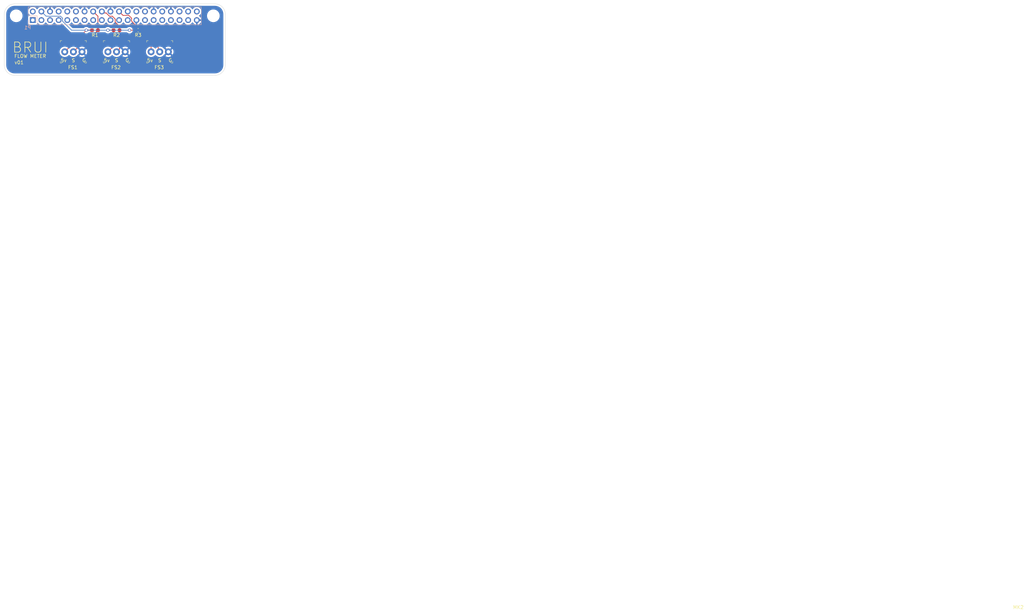
<source format=kicad_pcb>
(kicad_pcb (version 20171130) (host pcbnew "(5.1.4-0-10_14)")

  (general
    (thickness 1.6)
    (drawings 21)
    (tracks 52)
    (zones 0)
    (modules 10)
    (nets 32)
  )

  (page A3)
  (title_block
    (date "15 nov 2012")
  )

  (layers
    (0 F.Cu signal)
    (31 B.Cu signal)
    (32 B.Adhes user)
    (33 F.Adhes user)
    (34 B.Paste user)
    (35 F.Paste user)
    (36 B.SilkS user)
    (37 F.SilkS user)
    (38 B.Mask user)
    (39 F.Mask user)
    (40 Dwgs.User user)
    (41 Cmts.User user)
    (42 Eco1.User user)
    (43 Eco2.User user)
    (44 Edge.Cuts user)
  )

  (setup
    (last_trace_width 0.2)
    (trace_clearance 0.2)
    (zone_clearance 0.508)
    (zone_45_only no)
    (trace_min 0.1524)
    (via_size 0.9)
    (via_drill 0.6)
    (via_min_size 0.8)
    (via_min_drill 0.5)
    (uvia_size 0.5)
    (uvia_drill 0.1)
    (uvias_allowed no)
    (uvia_min_size 0.5)
    (uvia_min_drill 0.1)
    (edge_width 0.1)
    (segment_width 0.1)
    (pcb_text_width 0.3)
    (pcb_text_size 1 1)
    (mod_edge_width 0.15)
    (mod_text_size 1 1)
    (mod_text_width 0.15)
    (pad_size 2.02 2.02)
    (pad_drill 1.02)
    (pad_to_mask_clearance 0)
    (aux_axis_origin 200 150)
    (grid_origin 200 150)
    (visible_elements 7FFFE7FF)
    (pcbplotparams
      (layerselection 0x00030_80000001)
      (usegerberextensions true)
      (usegerberattributes false)
      (usegerberadvancedattributes false)
      (creategerberjobfile false)
      (excludeedgelayer true)
      (linewidth 0.150000)
      (plotframeref false)
      (viasonmask false)
      (mode 1)
      (useauxorigin false)
      (hpglpennumber 1)
      (hpglpenspeed 20)
      (hpglpendiameter 15.000000)
      (psnegative false)
      (psa4output false)
      (plotreference true)
      (plotvalue true)
      (plotinvisibletext false)
      (padsonsilk false)
      (subtractmaskfromsilk false)
      (outputformat 1)
      (mirror false)
      (drillshape 1)
      (scaleselection 1)
      (outputdirectory ""))
  )

  (net 0 "")
  (net 1 +3V3)
  (net 2 +5V)
  (net 3 GND)
  (net 4 /ID_SD)
  (net 5 /ID_SC)
  (net 6 /GPIO5)
  (net 7 /GPIO6)
  (net 8 /GPIO26)
  (net 9 "/GPIO2(SDA1)")
  (net 10 "/GPIO3(SCL1)")
  (net 11 "/GPIO4(GCLK)")
  (net 12 "/GPIO14(TXD0)")
  (net 13 "/GPIO15(RXD0)")
  (net 14 "/GPIO17(GEN0)")
  (net 15 "/GPIO27(GEN2)")
  (net 16 "/GPIO22(GEN3)")
  (net 17 "/GPIO23(GEN4)")
  (net 18 "/GPIO24(GEN5)")
  (net 19 "/GPIO25(GEN6)")
  (net 20 "/GPIO18(GEN1)(PWM0)")
  (net 21 "/GPIO10(SPI0_MOSI)")
  (net 22 "/GPIO9(SPI0_MISO)")
  (net 23 "/GPIO11(SPI0_SCK)")
  (net 24 "/GPIO8(SPI0_CE_N)")
  (net 25 "/GPIO7(SPI1_CE_N)")
  (net 26 "/GPIO12(PWM0)")
  (net 27 "/GPIO13(PWM1)")
  (net 28 "/GPIO19(SPI1_MISO)")
  (net 29 /GPIO16)
  (net 30 "/GPIO20(SPI1_MOSI)")
  (net 31 "/GPIO21(SPI1_SCK)")

  (net_class Default "This is the default net class."
    (clearance 0.2)
    (trace_width 0.2)
    (via_dia 0.9)
    (via_drill 0.6)
    (uvia_dia 0.5)
    (uvia_drill 0.1)
    (add_net +3V3)
    (add_net +5V)
    (add_net "/GPIO10(SPI0_MOSI)")
    (add_net "/GPIO11(SPI0_SCK)")
    (add_net "/GPIO12(PWM0)")
    (add_net "/GPIO13(PWM1)")
    (add_net "/GPIO14(TXD0)")
    (add_net "/GPIO15(RXD0)")
    (add_net /GPIO16)
    (add_net "/GPIO17(GEN0)")
    (add_net "/GPIO18(GEN1)(PWM0)")
    (add_net "/GPIO19(SPI1_MISO)")
    (add_net "/GPIO2(SDA1)")
    (add_net "/GPIO20(SPI1_MOSI)")
    (add_net "/GPIO21(SPI1_SCK)")
    (add_net "/GPIO22(GEN3)")
    (add_net "/GPIO23(GEN4)")
    (add_net "/GPIO24(GEN5)")
    (add_net "/GPIO25(GEN6)")
    (add_net /GPIO26)
    (add_net "/GPIO27(GEN2)")
    (add_net "/GPIO3(SCL1)")
    (add_net "/GPIO4(GCLK)")
    (add_net /GPIO5)
    (add_net /GPIO6)
    (add_net "/GPIO7(SPI1_CE_N)")
    (add_net "/GPIO8(SPI0_CE_N)")
    (add_net "/GPIO9(SPI0_MISO)")
    (add_net /ID_SC)
    (add_net /ID_SD)
    (add_net GND)
  )

  (net_class Power ""
    (clearance 0.2)
    (trace_width 0.5)
    (via_dia 1)
    (via_drill 0.7)
    (uvia_dia 0.5)
    (uvia_drill 0.1)
  )

  (module "" (layer F.Cu) (tedit 0) (tstamp 0)
    (at 249.53 163.97)
    (fp_text reference "" (at 246.99 162.7) (layer F.SilkS)
      (effects (font (size 1.27 1.27) (thickness 0.15)))
    )
    (fp_text value "" (at 246.99 162.7) (layer F.SilkS)
      (effects (font (size 1.27 1.27) (thickness 0.15)))
    )
    (fp_text user MK2 (at 247.53 162.16) (layer F.SilkS)
      (effects (font (size 1 1) (thickness 0.15)))
    )
  )

  (module digikey-footprints:PinHeader_1x3_P2.54mm_Drill1.02mm (layer F.Cu) (tedit 5A43C851) (tstamp 5DA26C25)
    (at 246.99 162.7 180)
    (descr http://www.molex.com/pdm_docs/sd/022232031_sd.pdf)
    (path /5DA6E86A)
    (fp_text reference FS3 (at 2.71 -4.59) (layer F.SilkS)
      (effects (font (size 1 1) (thickness 0.15)))
    )
    (fp_text value 0022232031 (at 2.82 4.63) (layer F.Fab)
      (effects (font (size 1 1) (thickness 0.15)))
    )
    (fp_line (start -1.2 -3.17) (end 6.27 -3.17) (layer F.Fab) (width 0.1))
    (fp_line (start -1.2 -3.17) (end -1.2 3.17) (layer F.Fab) (width 0.1))
    (fp_line (start 6.27 -3.17) (end 6.27 3.17) (layer F.Fab) (width 0.1))
    (fp_line (start -1.2 3.17) (end 6.27 3.17) (layer F.Fab) (width 0.1))
    (fp_line (start 6.4 3.3) (end 5.9 3.3) (layer F.SilkS) (width 0.1))
    (fp_line (start 6.4 3.3) (end 6.4 2.8) (layer F.SilkS) (width 0.1))
    (fp_line (start -1.3 3.3) (end -0.8 3.3) (layer F.SilkS) (width 0.1))
    (fp_line (start -1.3 3.3) (end -1.3 2.8) (layer F.SilkS) (width 0.1))
    (fp_line (start -1.3 -3.3) (end -0.8 -3.3) (layer F.SilkS) (width 0.1))
    (fp_line (start -1.3 -3.3) (end -1.3 -2.8) (layer F.SilkS) (width 0.1))
    (fp_line (start 6.4 -3.3) (end 5.9 -3.3) (layer F.SilkS) (width 0.1))
    (fp_line (start 6.4 -3.3) (end 6.4 -2.8) (layer F.SilkS) (width 0.1))
    (fp_line (start 6.52 -3.42) (end -1.45 -3.42) (layer F.CrtYd) (width 0.05))
    (fp_line (start 6.52 -3.42) (end 6.52 3.42) (layer F.CrtYd) (width 0.05))
    (fp_line (start -1.45 -3.42) (end -1.45 3.42) (layer F.CrtYd) (width 0.05))
    (fp_line (start 6.52 3.42) (end -1.45 3.42) (layer F.CrtYd) (width 0.05))
    (fp_text user %R (at 2.54 0) (layer F.Fab)
      (effects (font (size 1 1) (thickness 0.15)))
    )
    (pad 3 thru_hole circle (at 5.08 0 180) (size 2.02 2.02) (drill 1.02) (layers *.Cu *.Mask)
      (net 2 +5V))
    (pad 2 thru_hole circle (at 2.54 0 180) (size 2.02 2.02) (drill 1.02) (layers *.Cu *.Mask)
      (net 19 "/GPIO25(GEN6)"))
    (pad 1 thru_hole circle (at 0 0 180) (size 2.02 2.02) (drill 1.02) (layers *.Cu *.Mask)
      (net 3 GND))
  )

  (module digikey-footprints:PinHeader_1x3_P2.54mm_Drill1.02mm (layer F.Cu) (tedit 5A43C851) (tstamp 5DA26C0D)
    (at 234.29 162.7 180)
    (descr http://www.molex.com/pdm_docs/sd/022232031_sd.pdf)
    (path /5DA68868)
    (fp_text reference FS2 (at 2.71 -4.59) (layer F.SilkS)
      (effects (font (size 1 1) (thickness 0.15)))
    )
    (fp_text value 0022232031 (at 2.82 4.63) (layer F.Fab)
      (effects (font (size 1 1) (thickness 0.15)))
    )
    (fp_line (start -1.2 -3.17) (end 6.27 -3.17) (layer F.Fab) (width 0.1))
    (fp_line (start -1.2 -3.17) (end -1.2 3.17) (layer F.Fab) (width 0.1))
    (fp_line (start 6.27 -3.17) (end 6.27 3.17) (layer F.Fab) (width 0.1))
    (fp_line (start -1.2 3.17) (end 6.27 3.17) (layer F.Fab) (width 0.1))
    (fp_line (start 6.4 3.3) (end 5.9 3.3) (layer F.SilkS) (width 0.1))
    (fp_line (start 6.4 3.3) (end 6.4 2.8) (layer F.SilkS) (width 0.1))
    (fp_line (start -1.3 3.3) (end -0.8 3.3) (layer F.SilkS) (width 0.1))
    (fp_line (start -1.3 3.3) (end -1.3 2.8) (layer F.SilkS) (width 0.1))
    (fp_line (start -1.3 -3.3) (end -0.8 -3.3) (layer F.SilkS) (width 0.1))
    (fp_line (start -1.3 -3.3) (end -1.3 -2.8) (layer F.SilkS) (width 0.1))
    (fp_line (start 6.4 -3.3) (end 5.9 -3.3) (layer F.SilkS) (width 0.1))
    (fp_line (start 6.4 -3.3) (end 6.4 -2.8) (layer F.SilkS) (width 0.1))
    (fp_line (start 6.52 -3.42) (end -1.45 -3.42) (layer F.CrtYd) (width 0.05))
    (fp_line (start 6.52 -3.42) (end 6.52 3.42) (layer F.CrtYd) (width 0.05))
    (fp_line (start -1.45 -3.42) (end -1.45 3.42) (layer F.CrtYd) (width 0.05))
    (fp_line (start 6.52 3.42) (end -1.45 3.42) (layer F.CrtYd) (width 0.05))
    (fp_text user %R (at 2.54 0) (layer F.Fab)
      (effects (font (size 1 1) (thickness 0.15)))
    )
    (pad 3 thru_hole circle (at 5.08 0 180) (size 2.02 2.02) (drill 1.02) (layers *.Cu *.Mask)
      (net 2 +5V))
    (pad 2 thru_hole circle (at 2.54 0 180) (size 2.02 2.02) (drill 1.02) (layers *.Cu *.Mask)
      (net 18 "/GPIO24(GEN5)"))
    (pad 1 thru_hole circle (at 0 0 180) (size 2.02 2.02) (drill 1.02) (layers *.Cu *.Mask)
      (net 3 GND))
  )

  (module digikey-footprints:PinHeader_1x3_P2.54mm_Drill1.02mm (layer F.Cu) (tedit 5DA232C0) (tstamp 5DA26BF5)
    (at 221.59 162.7 180)
    (descr http://www.molex.com/pdm_docs/sd/022232031_sd.pdf)
    (path /5DA265ED)
    (fp_text reference FS1 (at 2.71 -4.59) (layer F.SilkS)
      (effects (font (size 1 1) (thickness 0.15)))
    )
    (fp_text value 0022232031 (at 2.82 4.63) (layer F.Fab)
      (effects (font (size 1 1) (thickness 0.15)))
    )
    (fp_line (start -1.2 -3.17) (end 6.27 -3.17) (layer F.Fab) (width 0.1))
    (fp_line (start -1.2 -3.17) (end -1.2 3.17) (layer F.Fab) (width 0.1))
    (fp_line (start 6.27 -3.17) (end 6.27 3.17) (layer F.Fab) (width 0.1))
    (fp_line (start -1.2 3.17) (end 6.27 3.17) (layer F.Fab) (width 0.1))
    (fp_line (start 6.4 3.3) (end 5.9 3.3) (layer F.SilkS) (width 0.1))
    (fp_line (start 6.4 3.3) (end 6.4 2.8) (layer F.SilkS) (width 0.1))
    (fp_line (start -1.3 3.3) (end -0.8 3.3) (layer F.SilkS) (width 0.1))
    (fp_line (start -1.3 3.3) (end -1.3 2.8) (layer F.SilkS) (width 0.1))
    (fp_line (start -1.3 -3.3) (end -0.8 -3.3) (layer F.SilkS) (width 0.1))
    (fp_line (start -1.3 -3.3) (end -1.3 -2.8) (layer F.SilkS) (width 0.1))
    (fp_line (start 6.4 -3.3) (end 5.9 -3.3) (layer F.SilkS) (width 0.1))
    (fp_line (start 6.4 -3.3) (end 6.4 -2.8) (layer F.SilkS) (width 0.1))
    (fp_line (start 6.52 -3.42) (end -1.45 -3.42) (layer F.CrtYd) (width 0.05))
    (fp_line (start 6.52 -3.42) (end 6.52 3.42) (layer F.CrtYd) (width 0.05))
    (fp_line (start -1.45 -3.42) (end -1.45 3.42) (layer F.CrtYd) (width 0.05))
    (fp_line (start 6.52 3.42) (end -1.45 3.42) (layer F.CrtYd) (width 0.05))
    (fp_text user %R (at 2.54 0) (layer F.Fab)
      (effects (font (size 1 1) (thickness 0.15)))
    )
    (pad 3 thru_hole circle (at 5.08 0 180) (size 2.02 2.02) (drill 1.02) (layers *.Cu *.Mask)
      (net 2 +5V))
    (pad 2 thru_hole circle (at 2.54 0 180) (size 2.02 2.02) (drill 1.02) (layers *.Cu *.Mask)
      (net 17 "/GPIO23(GEN4)"))
    (pad 1 thru_hole circle (at 0 0 180) (size 2.02 2.02) (drill 1.02) (layers *.Cu *.Mask)
      (net 3 GND))
  )

  (module Resistor_SMD:R_0603_1608Metric_Pad1.05x0.95mm_HandSolder (layer F.Cu) (tedit 5B301BBD) (tstamp 5DA2CC52)
    (at 238.1 156.35 180)
    (descr "Resistor SMD 0603 (1608 Metric), square (rectangular) end terminal, IPC_7351 nominal with elongated pad for handsoldering. (Body size source: http://www.tortai-tech.com/upload/download/2011102023233369053.pdf), generated with kicad-footprint-generator")
    (tags "resistor handsolder")
    (path /5DA6E857)
    (attr smd)
    (fp_text reference R3 (at 0 -1.43) (layer F.SilkS)
      (effects (font (size 1 1) (thickness 0.15)))
    )
    (fp_text value 10K (at 0 1.43) (layer F.Fab)
      (effects (font (size 1 1) (thickness 0.15)))
    )
    (fp_text user %R (at 0 0) (layer F.Fab)
      (effects (font (size 0.4 0.4) (thickness 0.06)))
    )
    (fp_line (start 1.65 0.73) (end -1.65 0.73) (layer F.CrtYd) (width 0.05))
    (fp_line (start 1.65 -0.73) (end 1.65 0.73) (layer F.CrtYd) (width 0.05))
    (fp_line (start -1.65 -0.73) (end 1.65 -0.73) (layer F.CrtYd) (width 0.05))
    (fp_line (start -1.65 0.73) (end -1.65 -0.73) (layer F.CrtYd) (width 0.05))
    (fp_line (start -0.171267 0.51) (end 0.171267 0.51) (layer F.SilkS) (width 0.12))
    (fp_line (start -0.171267 -0.51) (end 0.171267 -0.51) (layer F.SilkS) (width 0.12))
    (fp_line (start 0.8 0.4) (end -0.8 0.4) (layer F.Fab) (width 0.1))
    (fp_line (start 0.8 -0.4) (end 0.8 0.4) (layer F.Fab) (width 0.1))
    (fp_line (start -0.8 -0.4) (end 0.8 -0.4) (layer F.Fab) (width 0.1))
    (fp_line (start -0.8 0.4) (end -0.8 -0.4) (layer F.Fab) (width 0.1))
    (pad 2 smd roundrect (at 0.875 0 180) (size 1.05 0.95) (layers F.Cu F.Paste F.Mask) (roundrect_rratio 0.25)
      (net 2 +5V))
    (pad 1 smd roundrect (at -0.875 0 180) (size 1.05 0.95) (layers F.Cu F.Paste F.Mask) (roundrect_rratio 0.25)
      (net 19 "/GPIO25(GEN6)"))
    (model ${KISYS3DMOD}/Resistor_SMD.3dshapes/R_0603_1608Metric.wrl
      (at (xyz 0 0 0))
      (scale (xyz 1 1 1))
      (rotate (xyz 0 0 0))
    )
  )

  (module Resistor_SMD:R_0603_1608Metric_Pad1.05x0.95mm_HandSolder (layer F.Cu) (tedit 5B301BBD) (tstamp 5DA2CC41)
    (at 231.75 156.35 180)
    (descr "Resistor SMD 0603 (1608 Metric), square (rectangular) end terminal, IPC_7351 nominal with elongated pad for handsoldering. (Body size source: http://www.tortai-tech.com/upload/download/2011102023233369053.pdf), generated with kicad-footprint-generator")
    (tags "resistor handsolder")
    (path /5DA68855)
    (attr smd)
    (fp_text reference R2 (at 0 -1.43) (layer F.SilkS)
      (effects (font (size 1 1) (thickness 0.15)))
    )
    (fp_text value 10K (at 0 1.43) (layer F.Fab)
      (effects (font (size 1 1) (thickness 0.15)))
    )
    (fp_text user %R (at 0 0) (layer F.Fab)
      (effects (font (size 0.4 0.4) (thickness 0.06)))
    )
    (fp_line (start 1.65 0.73) (end -1.65 0.73) (layer F.CrtYd) (width 0.05))
    (fp_line (start 1.65 -0.73) (end 1.65 0.73) (layer F.CrtYd) (width 0.05))
    (fp_line (start -1.65 -0.73) (end 1.65 -0.73) (layer F.CrtYd) (width 0.05))
    (fp_line (start -1.65 0.73) (end -1.65 -0.73) (layer F.CrtYd) (width 0.05))
    (fp_line (start -0.171267 0.51) (end 0.171267 0.51) (layer F.SilkS) (width 0.12))
    (fp_line (start -0.171267 -0.51) (end 0.171267 -0.51) (layer F.SilkS) (width 0.12))
    (fp_line (start 0.8 0.4) (end -0.8 0.4) (layer F.Fab) (width 0.1))
    (fp_line (start 0.8 -0.4) (end 0.8 0.4) (layer F.Fab) (width 0.1))
    (fp_line (start -0.8 -0.4) (end 0.8 -0.4) (layer F.Fab) (width 0.1))
    (fp_line (start -0.8 0.4) (end -0.8 -0.4) (layer F.Fab) (width 0.1))
    (pad 2 smd roundrect (at 0.875 0 180) (size 1.05 0.95) (layers F.Cu F.Paste F.Mask) (roundrect_rratio 0.25)
      (net 2 +5V))
    (pad 1 smd roundrect (at -0.875 0 180) (size 1.05 0.95) (layers F.Cu F.Paste F.Mask) (roundrect_rratio 0.25)
      (net 18 "/GPIO24(GEN5)"))
    (model ${KISYS3DMOD}/Resistor_SMD.3dshapes/R_0603_1608Metric.wrl
      (at (xyz 0 0 0))
      (scale (xyz 1 1 1))
      (rotate (xyz 0 0 0))
    )
  )

  (module Resistor_SMD:R_0603_1608Metric_Pad1.05x0.95mm_HandSolder (layer F.Cu) (tedit 5B301BBD) (tstamp 5DA2CC30)
    (at 225.4 156.35 180)
    (descr "Resistor SMD 0603 (1608 Metric), square (rectangular) end terminal, IPC_7351 nominal with elongated pad for handsoldering. (Body size source: http://www.tortai-tech.com/upload/download/2011102023233369053.pdf), generated with kicad-footprint-generator")
    (tags "resistor handsolder")
    (path /5DA2480D)
    (attr smd)
    (fp_text reference R1 (at 0 -1.43) (layer F.SilkS)
      (effects (font (size 1 1) (thickness 0.15)))
    )
    (fp_text value 10K (at 0 1.43) (layer F.Fab)
      (effects (font (size 1 1) (thickness 0.15)))
    )
    (fp_text user %R (at 0 0) (layer F.Fab)
      (effects (font (size 0.4 0.4) (thickness 0.06)))
    )
    (fp_line (start 1.65 0.73) (end -1.65 0.73) (layer F.CrtYd) (width 0.05))
    (fp_line (start 1.65 -0.73) (end 1.65 0.73) (layer F.CrtYd) (width 0.05))
    (fp_line (start -1.65 -0.73) (end 1.65 -0.73) (layer F.CrtYd) (width 0.05))
    (fp_line (start -1.65 0.73) (end -1.65 -0.73) (layer F.CrtYd) (width 0.05))
    (fp_line (start -0.171267 0.51) (end 0.171267 0.51) (layer F.SilkS) (width 0.12))
    (fp_line (start -0.171267 -0.51) (end 0.171267 -0.51) (layer F.SilkS) (width 0.12))
    (fp_line (start 0.8 0.4) (end -0.8 0.4) (layer F.Fab) (width 0.1))
    (fp_line (start 0.8 -0.4) (end 0.8 0.4) (layer F.Fab) (width 0.1))
    (fp_line (start -0.8 -0.4) (end 0.8 -0.4) (layer F.Fab) (width 0.1))
    (fp_line (start -0.8 0.4) (end -0.8 -0.4) (layer F.Fab) (width 0.1))
    (pad 2 smd roundrect (at 0.875 0 180) (size 1.05 0.95) (layers F.Cu F.Paste F.Mask) (roundrect_rratio 0.25)
      (net 2 +5V))
    (pad 1 smd roundrect (at -0.875 0 180) (size 1.05 0.95) (layers F.Cu F.Paste F.Mask) (roundrect_rratio 0.25)
      (net 17 "/GPIO23(GEN4)"))
    (model ${KISYS3DMOD}/Resistor_SMD.3dshapes/R_0603_1608Metric.wrl
      (at (xyz 0 0 0))
      (scale (xyz 1 1 1))
      (rotate (xyz 0 0 0))
    )
  )

  (module Connector_PinSocket_2.54mm:PinSocket_2x20_P2.54mm_Vertical (layer B.Cu) (tedit 5A19A433) (tstamp 5A793E9F)
    (at 207.1 153.38 270)
    (descr "Through hole straight socket strip, 2x20, 2.54mm pitch, double cols (from Kicad 4.0.7), script generated")
    (tags "Through hole socket strip THT 2x20 2.54mm double row")
    (path /59AD464A)
    (fp_text reference P1 (at 2.208 1.512) (layer B.SilkS)
      (effects (font (size 1 1) (thickness 0.15)) (justify mirror))
    )
    (fp_text value Conn_02x20_Odd_Even (at -1.27 -51.03 270) (layer B.Fab)
      (effects (font (size 1 1) (thickness 0.15)) (justify mirror))
    )
    (fp_line (start -3.81 1.27) (end 0.27 1.27) (layer B.Fab) (width 0.1))
    (fp_line (start 0.27 1.27) (end 1.27 0.27) (layer B.Fab) (width 0.1))
    (fp_line (start 1.27 0.27) (end 1.27 -49.53) (layer B.Fab) (width 0.1))
    (fp_line (start 1.27 -49.53) (end -3.81 -49.53) (layer B.Fab) (width 0.1))
    (fp_line (start -3.81 -49.53) (end -3.81 1.27) (layer B.Fab) (width 0.1))
    (fp_line (start -3.87 1.33) (end -1.27 1.33) (layer B.SilkS) (width 0.12))
    (fp_line (start -3.87 1.33) (end -3.87 -49.59) (layer B.SilkS) (width 0.12))
    (fp_line (start -3.87 -49.59) (end 1.33 -49.59) (layer B.SilkS) (width 0.12))
    (fp_line (start 1.33 -1.27) (end 1.33 -49.59) (layer B.SilkS) (width 0.12))
    (fp_line (start -1.27 -1.27) (end 1.33 -1.27) (layer B.SilkS) (width 0.12))
    (fp_line (start -1.27 1.33) (end -1.27 -1.27) (layer B.SilkS) (width 0.12))
    (fp_line (start 1.33 1.33) (end 1.33 0) (layer B.SilkS) (width 0.12))
    (fp_line (start 0 1.33) (end 1.33 1.33) (layer B.SilkS) (width 0.12))
    (fp_line (start -4.34 1.8) (end 1.76 1.8) (layer B.CrtYd) (width 0.05))
    (fp_line (start 1.76 1.8) (end 1.76 -50) (layer B.CrtYd) (width 0.05))
    (fp_line (start 1.76 -50) (end -4.34 -50) (layer B.CrtYd) (width 0.05))
    (fp_line (start -4.34 -50) (end -4.34 1.8) (layer B.CrtYd) (width 0.05))
    (fp_text user %R (at -1.27 -24.13 180) (layer B.Fab)
      (effects (font (size 1 1) (thickness 0.15)) (justify mirror))
    )
    (pad 1 thru_hole rect (at 0 0 270) (size 1.7 1.7) (drill 1) (layers *.Cu *.Mask)
      (net 1 +3V3))
    (pad 2 thru_hole oval (at -2.54 0 270) (size 1.7 1.7) (drill 1) (layers *.Cu *.Mask)
      (net 2 +5V))
    (pad 3 thru_hole oval (at 0 -2.54 270) (size 1.7 1.7) (drill 1) (layers *.Cu *.Mask)
      (net 9 "/GPIO2(SDA1)"))
    (pad 4 thru_hole oval (at -2.54 -2.54 270) (size 1.7 1.7) (drill 1) (layers *.Cu *.Mask)
      (net 2 +5V))
    (pad 5 thru_hole oval (at 0 -5.08 270) (size 1.7 1.7) (drill 1) (layers *.Cu *.Mask)
      (net 10 "/GPIO3(SCL1)"))
    (pad 6 thru_hole oval (at -2.54 -5.08 270) (size 1.7 1.7) (drill 1) (layers *.Cu *.Mask)
      (net 3 GND))
    (pad 7 thru_hole oval (at 0 -7.62 270) (size 1.7 1.7) (drill 1) (layers *.Cu *.Mask)
      (net 11 "/GPIO4(GCLK)"))
    (pad 8 thru_hole oval (at -2.54 -7.62 270) (size 1.7 1.7) (drill 1) (layers *.Cu *.Mask)
      (net 12 "/GPIO14(TXD0)"))
    (pad 9 thru_hole oval (at 0 -10.16 270) (size 1.7 1.7) (drill 1) (layers *.Cu *.Mask)
      (net 3 GND))
    (pad 10 thru_hole oval (at -2.54 -10.16 270) (size 1.7 1.7) (drill 1) (layers *.Cu *.Mask)
      (net 13 "/GPIO15(RXD0)"))
    (pad 11 thru_hole oval (at 0 -12.7 270) (size 1.7 1.7) (drill 1) (layers *.Cu *.Mask)
      (net 14 "/GPIO17(GEN0)"))
    (pad 12 thru_hole oval (at -2.54 -12.7 270) (size 1.7 1.7) (drill 1) (layers *.Cu *.Mask)
      (net 20 "/GPIO18(GEN1)(PWM0)"))
    (pad 13 thru_hole oval (at 0 -15.24 270) (size 1.7 1.7) (drill 1) (layers *.Cu *.Mask)
      (net 15 "/GPIO27(GEN2)"))
    (pad 14 thru_hole oval (at -2.54 -15.24 270) (size 1.7 1.7) (drill 1) (layers *.Cu *.Mask)
      (net 3 GND))
    (pad 15 thru_hole oval (at 0 -17.78 270) (size 1.7 1.7) (drill 1) (layers *.Cu *.Mask)
      (net 16 "/GPIO22(GEN3)"))
    (pad 16 thru_hole oval (at -2.54 -17.78 270) (size 1.7 1.7) (drill 1) (layers *.Cu *.Mask)
      (net 17 "/GPIO23(GEN4)"))
    (pad 17 thru_hole oval (at 0 -20.32 270) (size 1.7 1.7) (drill 1) (layers *.Cu *.Mask)
      (net 1 +3V3))
    (pad 18 thru_hole oval (at -2.54 -20.32 270) (size 1.7 1.7) (drill 1) (layers *.Cu *.Mask)
      (net 18 "/GPIO24(GEN5)"))
    (pad 19 thru_hole oval (at 0 -22.86 270) (size 1.7 1.7) (drill 1) (layers *.Cu *.Mask)
      (net 21 "/GPIO10(SPI0_MOSI)"))
    (pad 20 thru_hole oval (at -2.54 -22.86 270) (size 1.7 1.7) (drill 1) (layers *.Cu *.Mask)
      (net 3 GND))
    (pad 21 thru_hole oval (at 0 -25.4 270) (size 1.7 1.7) (drill 1) (layers *.Cu *.Mask)
      (net 22 "/GPIO9(SPI0_MISO)"))
    (pad 22 thru_hole oval (at -2.54 -25.4 270) (size 1.7 1.7) (drill 1) (layers *.Cu *.Mask)
      (net 19 "/GPIO25(GEN6)"))
    (pad 23 thru_hole oval (at 0 -27.94 270) (size 1.7 1.7) (drill 1) (layers *.Cu *.Mask)
      (net 23 "/GPIO11(SPI0_SCK)"))
    (pad 24 thru_hole oval (at -2.54 -27.94 270) (size 1.7 1.7) (drill 1) (layers *.Cu *.Mask)
      (net 24 "/GPIO8(SPI0_CE_N)"))
    (pad 25 thru_hole oval (at 0 -30.48 270) (size 1.7 1.7) (drill 1) (layers *.Cu *.Mask)
      (net 3 GND))
    (pad 26 thru_hole oval (at -2.54 -30.48 270) (size 1.7 1.7) (drill 1) (layers *.Cu *.Mask)
      (net 25 "/GPIO7(SPI1_CE_N)"))
    (pad 27 thru_hole oval (at 0 -33.02 270) (size 1.7 1.7) (drill 1) (layers *.Cu *.Mask)
      (net 4 /ID_SD))
    (pad 28 thru_hole oval (at -2.54 -33.02 270) (size 1.7 1.7) (drill 1) (layers *.Cu *.Mask)
      (net 5 /ID_SC))
    (pad 29 thru_hole oval (at 0 -35.56 270) (size 1.7 1.7) (drill 1) (layers *.Cu *.Mask)
      (net 6 /GPIO5))
    (pad 30 thru_hole oval (at -2.54 -35.56 270) (size 1.7 1.7) (drill 1) (layers *.Cu *.Mask)
      (net 3 GND))
    (pad 31 thru_hole oval (at 0 -38.1 270) (size 1.7 1.7) (drill 1) (layers *.Cu *.Mask)
      (net 7 /GPIO6))
    (pad 32 thru_hole oval (at -2.54 -38.1 270) (size 1.7 1.7) (drill 1) (layers *.Cu *.Mask)
      (net 26 "/GPIO12(PWM0)"))
    (pad 33 thru_hole oval (at 0 -40.64 270) (size 1.7 1.7) (drill 1) (layers *.Cu *.Mask)
      (net 27 "/GPIO13(PWM1)"))
    (pad 34 thru_hole oval (at -2.54 -40.64 270) (size 1.7 1.7) (drill 1) (layers *.Cu *.Mask)
      (net 3 GND))
    (pad 35 thru_hole oval (at 0 -43.18 270) (size 1.7 1.7) (drill 1) (layers *.Cu *.Mask)
      (net 28 "/GPIO19(SPI1_MISO)"))
    (pad 36 thru_hole oval (at -2.54 -43.18 270) (size 1.7 1.7) (drill 1) (layers *.Cu *.Mask)
      (net 29 /GPIO16))
    (pad 37 thru_hole oval (at 0 -45.72 270) (size 1.7 1.7) (drill 1) (layers *.Cu *.Mask)
      (net 8 /GPIO26))
    (pad 38 thru_hole oval (at -2.54 -45.72 270) (size 1.7 1.7) (drill 1) (layers *.Cu *.Mask)
      (net 30 "/GPIO20(SPI1_MOSI)"))
    (pad 39 thru_hole oval (at 0 -48.26 270) (size 1.7 1.7) (drill 1) (layers *.Cu *.Mask)
      (net 3 GND))
    (pad 40 thru_hole oval (at -2.54 -48.26 270) (size 1.7 1.7) (drill 1) (layers *.Cu *.Mask)
      (net 31 "/GPIO21(SPI1_SCK)"))
    (model ${KISYS3DMOD}/Connector_PinSocket_2.54mm.3dshapes/PinSocket_2x20_P2.54mm_Vertical.wrl
      (at (xyz 0 0 0))
      (scale (xyz 1 1 1))
      (rotate (xyz 0 0 0))
    )
  )

  (module MountingHole:MountingHole_2.7mm_M2.5 (layer F.Cu) (tedit 56D1B4CB) (tstamp 5A793E8A)
    (at 260.23 152.11 180)
    (descr "Mounting Hole 2.7mm, no annular, M2.5")
    (tags "mounting hole 2.7mm no annular m2.5")
    (path /5834FC19)
    (attr virtual)
    (fp_text reference " " (at 0 -3.7 180) (layer F.SilkS)
      (effects (font (size 1 1) (thickness 0.15)))
    )
    (fp_text value M2.5 (at 0 3.7 180) (layer F.Fab)
      (effects (font (size 1 1) (thickness 0.15)))
    )
    (fp_circle (center 0 0) (end 2.95 0) (layer F.CrtYd) (width 0.05))
    (fp_circle (center 0 0) (end 2.7 0) (layer Cmts.User) (width 0.15))
    (fp_text user %R (at 0.3 0 180) (layer F.Fab)
      (effects (font (size 1 1) (thickness 0.15)))
    )
    (pad 1 np_thru_hole circle (at 0 0 180) (size 2.7 2.7) (drill 2.7) (layers *.Cu *.Mask))
  )

  (module MountingHole:MountingHole_2.7mm_M2.5 (layer F.Cu) (tedit 56D1B4CB) (tstamp 5A793E83)
    (at 202.23 152.11 180)
    (descr "Mounting Hole 2.7mm, no annular, M2.5")
    (tags "mounting hole 2.7mm no annular m2.5")
    (path /5834FB2E)
    (attr virtual)
    (fp_text reference " " (at 0 -3.7 180) (layer F.SilkS)
      (effects (font (size 1 1) (thickness 0.15)))
    )
    (fp_text value M2.5 (at 0 3.7 180) (layer F.Fab)
      (effects (font (size 1 1) (thickness 0.15)))
    )
    (fp_text user %R (at 0.3 0 180) (layer F.Fab)
      (effects (font (size 1 1) (thickness 0.15)))
    )
    (fp_circle (center 0 0) (end 2.7 0) (layer Cmts.User) (width 0.15))
    (fp_circle (center 0 0) (end 2.95 0) (layer F.CrtYd) (width 0.05))
    (pad 1 np_thru_hole circle (at 0 0 180) (size 2.7 2.7) (drill 2.7) (layers *.Cu *.Mask))
  )

  (gr_text S (at 219.05 165.24) (layer F.SilkS) (tstamp 5DA253C8)
    (effects (font (size 1 1) (thickness 0.15)))
  )
  (gr_text S (at 231.75 165.24) (layer F.SilkS) (tstamp 5DA253C6)
    (effects (font (size 1 1) (thickness 0.15)))
  )
  (gr_text S (at 244.45 165.24) (layer F.SilkS) (tstamp 5DA25392)
    (effects (font (size 1 1) (thickness 0.15)))
  )
  (gr_text 5v (at 215.24 165.24) (layer F.SilkS) (tstamp 5DA25321)
    (effects (font (size 1 1) (thickness 0.15)) (justify left))
  )
  (gr_text 5v (at 227.94 165.24) (layer F.SilkS) (tstamp 5DA2531F)
    (effects (font (size 1 1) (thickness 0.15)) (justify left))
  )
  (gr_text 5v (at 240.64 165.24) (layer F.SilkS) (tstamp 5DA25303)
    (effects (font (size 1 1) (thickness 0.15)) (justify left))
  )
  (gr_text G (at 221.59 165.24) (layer F.SilkS) (tstamp 5DA252E5)
    (effects (font (size 1 1) (thickness 0.15)) (justify left))
  )
  (gr_text G (at 234.29 165.24) (layer F.SilkS) (tstamp 5DA252D9)
    (effects (font (size 1 1) (thickness 0.15)) (justify left))
  )
  (gr_text G (at 246.99 165.24) (layer F.SilkS)
    (effects (font (size 1 1) (thickness 0.15)) (justify left))
  )
  (gr_text v01 (at 201.64 165.84) (layer F.SilkS)
    (effects (font (size 1 1) (thickness 0.15)) (justify left))
  )
  (gr_text "FLOW METER" (at 206.35 163.97) (layer F.SilkS)
    (effects (font (size 1 1) (thickness 0.15)))
  )
  (gr_text BRUI (at 206.35 161.43) (layer F.SilkS)
    (effects (font (size 3 3) (thickness 0.2)))
  )
  (gr_text "RASPBERRY-PI 40-PIN ADDON BOARD\nVIEW FROM TOP\nNOTE: P1 SHOULD BE FITTED ON THE REVERSE OF THE BOARD\n\nADD EDGE CUTS FROM CAMERA AND DISPLAY PORTS AS REQUIRED" (at 200 180.48) (layer Dwgs.User)
    (effects (font (size 2 1.7) (thickness 0.12)) (justify left))
  )
  (gr_arc (start 201.73 166.61) (end 201.73 169.61) (angle 90) (layer Edge.Cuts) (width 0.1))
  (gr_arc (start 260.73 166.61) (end 263.73 166.61) (angle 90) (layer Edge.Cuts) (width 0.1))
  (gr_line (start 201.73 169.61) (end 260.73 169.61) (layer Edge.Cuts) (width 0.1))
  (gr_line (start 263.73 166.61) (end 263.73 151.61) (layer Edge.Cuts) (width 0.1))
  (gr_line (start 198.73 151.61) (end 198.73 166.61) (layer Edge.Cuts) (width 0.1))
  (gr_arc (start 260.73 151.61) (end 260.73 148.61) (angle 90) (layer Edge.Cuts) (width 0.1))
  (gr_arc (start 201.73 151.61) (end 198.73 151.61) (angle 90) (layer Edge.Cuts) (width 0.1))
  (gr_line (start 260.73 148.61) (end 201.73 148.61) (layer Edge.Cuts) (width 0.1))

  (via (at 235.56 156.35) (size 0.9) (drill 0.6) (layers F.Cu B.Cu) (net 2))
  (via (at 229.21 156.35) (size 0.9) (drill 0.6) (layers F.Cu B.Cu) (net 2))
  (segment (start 222.86 156.35) (end 216.51 162.7) (width 0.2) (layer F.Cu) (net 2))
  (segment (start 224.525 156.35) (end 222.86 156.35) (width 0.2) (layer F.Cu) (net 2))
  (segment (start 223.9 156.35) (end 224.525 156.35) (width 0.2) (layer F.Cu) (net 2))
  (segment (start 241.91 161.035) (end 237.225 156.35) (width 0.2) (layer F.Cu) (net 2))
  (segment (start 241.91 162.7) (end 241.91 161.035) (width 0.2) (layer F.Cu) (net 2))
  (segment (start 229.21 156.35) (end 230.875 156.35) (width 0.2) (layer F.Cu) (net 2))
  (segment (start 230.875 161.035) (end 229.21 162.7) (width 0.2) (layer F.Cu) (net 2))
  (segment (start 230.875 156.35) (end 230.875 161.035) (width 0.2) (layer F.Cu) (net 2))
  (segment (start 235.56 156.35) (end 237.225 156.35) (width 0.2) (layer F.Cu) (net 2))
  (segment (start 229.21 156.35) (end 235.56 156.35) (width 0.2) (layer B.Cu) (net 2))
  (segment (start 222.86 156.35) (end 223.9 156.35) (width 0.2) (layer F.Cu) (net 2) (tstamp 5DA294EF))
  (via (at 222.86 156.35) (size 0.9) (drill 0.6) (layers F.Cu B.Cu) (net 2))
  (segment (start 222.86 156.35) (end 229.21 156.35) (width 0.2) (layer B.Cu) (net 2))
  (segment (start 218.527998 156.35) (end 222.223604 156.35) (width 0.2) (layer B.Cu) (net 2))
  (segment (start 222.223604 156.35) (end 222.86 156.35) (width 0.2) (layer B.Cu) (net 2))
  (segment (start 215.870001 152.827999) (end 215.870001 153.692003) (width 0.2) (layer B.Cu) (net 2))
  (segment (start 215.870001 153.692003) (end 218.527998 156.35) (width 0.2) (layer B.Cu) (net 2))
  (segment (start 215.272001 152.229999) (end 215.870001 152.827999) (width 0.2) (layer B.Cu) (net 2))
  (segment (start 211.029999 152.229999) (end 215.272001 152.229999) (width 0.2) (layer B.Cu) (net 2))
  (segment (start 209.64 150.84) (end 211.029999 152.229999) (width 0.2) (layer B.Cu) (net 2))
  (segment (start 220.059999 161.690001) (end 219.05 162.7) (width 0.2) (layer F.Cu) (net 17))
  (segment (start 224.13 157.62) (end 220.059999 161.690001) (width 0.2) (layer F.Cu) (net 17))
  (segment (start 225.005 157.62) (end 224.13 157.62) (width 0.2) (layer F.Cu) (net 17))
  (segment (start 226.275 156.35) (end 225.005 157.62) (width 0.2) (layer F.Cu) (net 17))
  (segment (start 225.729999 151.689999) (end 224.88 150.84) (width 0.2) (layer F.Cu) (net 17))
  (segment (start 226.269999 152.229999) (end 225.729999 151.689999) (width 0.2) (layer F.Cu) (net 17))
  (segment (start 226.269999 155.769999) (end 226.269999 152.229999) (width 0.2) (layer F.Cu) (net 17))
  (segment (start 226.275 155.775) (end 226.269999 155.769999) (width 0.2) (layer F.Cu) (net 17))
  (segment (start 226.275 156.35) (end 226.275 155.775) (width 0.2) (layer F.Cu) (net 17))
  (segment (start 227.85 151.27) (end 227.42 150.84) (width 0.2) (layer F.Cu) (net 18))
  (segment (start 232.625 161.825) (end 231.75 162.7) (width 0.2) (layer F.Cu) (net 18))
  (segment (start 232.625 156.35) (end 232.625 161.825) (width 0.2) (layer F.Cu) (net 18))
  (segment (start 230.512001 152.229999) (end 229.647997 152.229999) (width 0.2) (layer F.Cu) (net 18))
  (segment (start 231.349999 153.932001) (end 231.349999 153.067997) (width 0.2) (layer F.Cu) (net 18))
  (segment (start 231.349999 153.067997) (end 230.512001 152.229999) (width 0.2) (layer F.Cu) (net 18))
  (segment (start 228.687998 151.27) (end 227.85 151.27) (width 0.2) (layer F.Cu) (net 18))
  (segment (start 232.625 155.207002) (end 231.349999 153.932001) (width 0.2) (layer F.Cu) (net 18))
  (segment (start 229.647997 152.229999) (end 228.687998 151.27) (width 0.2) (layer F.Cu) (net 18))
  (segment (start 232.625 156.35) (end 232.625 155.207002) (width 0.2) (layer F.Cu) (net 18))
  (segment (start 233.650001 151.990001) (end 233.349999 151.689999) (width 0.2) (layer F.Cu) (net 19))
  (segment (start 236.190001 152.827999) (end 235.352003 151.990001) (width 0.2) (layer F.Cu) (net 19))
  (segment (start 236.190001 153.692003) (end 236.190001 152.827999) (width 0.2) (layer F.Cu) (net 19))
  (segment (start 233.349999 151.689999) (end 232.5 150.84) (width 0.2) (layer F.Cu) (net 19))
  (segment (start 235.352003 151.990001) (end 233.650001 151.990001) (width 0.2) (layer F.Cu) (net 19))
  (segment (start 237.577998 155.08) (end 236.190001 153.692003) (width 0.2) (layer F.Cu) (net 19))
  (segment (start 237.705 155.08) (end 237.577998 155.08) (width 0.2) (layer F.Cu) (net 19))
  (segment (start 238.975 156.35) (end 237.705 155.08) (width 0.2) (layer F.Cu) (net 19))
  (segment (start 244.014999 162.264999) (end 244.45 162.7) (width 0.2) (layer F.Cu) (net 19))
  (segment (start 244.014999 161.389999) (end 244.014999 162.264999) (width 0.2) (layer F.Cu) (net 19))
  (segment (start 238.975 156.35) (end 244.014999 161.389999) (width 0.2) (layer F.Cu) (net 19))

  (zone (net 3) (net_name GND) (layer B.Cu) (tstamp 0) (hatch edge 0.508)
    (connect_pads (clearance 0.508))
    (min_thickness 0.254)
    (fill yes (arc_segments 32) (thermal_gap 0.508) (thermal_bridge_width 0.508))
    (polygon
      (pts
        (xy 264.77 147.46) (xy 264.77 170.32) (xy 197.46 170.32) (xy 197.46 147.46)
      )
    )
    (filled_polygon
      (pts
        (xy 261.179016 149.342312) (xy 261.61093 149.472714) (xy 262.009285 149.684524) (xy 262.358914 149.969675) (xy 262.646497 150.317303)
        (xy 262.861086 150.714177) (xy 262.994498 151.145161) (xy 263.045001 151.625663) (xy 263.045 166.576495) (xy 262.997688 167.059016)
        (xy 262.867287 167.490927) (xy 262.65548 167.88928) (xy 262.370325 168.238914) (xy 262.022697 168.526497) (xy 261.625825 168.741085)
        (xy 261.194834 168.8745) (xy 260.714346 168.925) (xy 201.763504 168.925) (xy 201.280984 168.877688) (xy 200.849073 168.747287)
        (xy 200.45072 168.53548) (xy 200.101086 168.250325) (xy 199.813503 167.902697) (xy 199.598915 167.505825) (xy 199.4655 167.074834)
        (xy 199.415 166.594346) (xy 199.415 162.537982) (xy 214.865 162.537982) (xy 214.865 162.862018) (xy 214.928217 163.179829)
        (xy 215.05222 163.479199) (xy 215.232245 163.748626) (xy 215.461374 163.977755) (xy 215.730801 164.15778) (xy 216.030171 164.281783)
        (xy 216.347982 164.345) (xy 216.672018 164.345) (xy 216.989829 164.281783) (xy 217.289199 164.15778) (xy 217.558626 163.977755)
        (xy 217.78 163.756381) (xy 218.001374 163.977755) (xy 218.270801 164.15778) (xy 218.570171 164.281783) (xy 218.887982 164.345)
        (xy 219.212018 164.345) (xy 219.529829 164.281783) (xy 219.829199 164.15778) (xy 220.098626 163.977755) (xy 220.233836 163.842545)
        (xy 220.627061 163.842545) (xy 220.724032 164.107968) (xy 221.015353 164.249856) (xy 221.328757 164.332185) (xy 221.6522 164.351789)
        (xy 221.973253 164.307916) (xy 222.279578 164.202251) (xy 222.455968 164.107968) (xy 222.552939 163.842545) (xy 221.59 162.879605)
        (xy 220.627061 163.842545) (xy 220.233836 163.842545) (xy 220.327755 163.748626) (xy 220.397262 163.644601) (xy 220.447455 163.662939)
        (xy 221.410395 162.7) (xy 221.769605 162.7) (xy 222.732545 163.662939) (xy 222.997968 163.565968) (xy 223.139856 163.274647)
        (xy 223.222185 162.961243) (xy 223.241789 162.6378) (xy 223.228149 162.537982) (xy 227.565 162.537982) (xy 227.565 162.862018)
        (xy 227.628217 163.179829) (xy 227.75222 163.479199) (xy 227.932245 163.748626) (xy 228.161374 163.977755) (xy 228.430801 164.15778)
        (xy 228.730171 164.281783) (xy 229.047982 164.345) (xy 229.372018 164.345) (xy 229.689829 164.281783) (xy 229.989199 164.15778)
        (xy 230.258626 163.977755) (xy 230.48 163.756381) (xy 230.701374 163.977755) (xy 230.970801 164.15778) (xy 231.270171 164.281783)
        (xy 231.587982 164.345) (xy 231.912018 164.345) (xy 232.229829 164.281783) (xy 232.529199 164.15778) (xy 232.798626 163.977755)
        (xy 232.933836 163.842545) (xy 233.327061 163.842545) (xy 233.424032 164.107968) (xy 233.715353 164.249856) (xy 234.028757 164.332185)
        (xy 234.3522 164.351789) (xy 234.673253 164.307916) (xy 234.979578 164.202251) (xy 235.155968 164.107968) (xy 235.252939 163.842545)
        (xy 234.29 162.879605) (xy 233.327061 163.842545) (xy 232.933836 163.842545) (xy 233.027755 163.748626) (xy 233.097262 163.644601)
        (xy 233.147455 163.662939) (xy 234.110395 162.7) (xy 234.469605 162.7) (xy 235.432545 163.662939) (xy 235.697968 163.565968)
        (xy 235.839856 163.274647) (xy 235.922185 162.961243) (xy 235.941789 162.6378) (xy 235.928149 162.537982) (xy 240.265 162.537982)
        (xy 240.265 162.862018) (xy 240.328217 163.179829) (xy 240.45222 163.479199) (xy 240.632245 163.748626) (xy 240.861374 163.977755)
        (xy 241.130801 164.15778) (xy 241.430171 164.281783) (xy 241.747982 164.345) (xy 242.072018 164.345) (xy 242.389829 164.281783)
        (xy 242.689199 164.15778) (xy 242.958626 163.977755) (xy 243.18 163.756381) (xy 243.401374 163.977755) (xy 243.670801 164.15778)
        (xy 243.970171 164.281783) (xy 244.287982 164.345) (xy 244.612018 164.345) (xy 244.929829 164.281783) (xy 245.229199 164.15778)
        (xy 245.498626 163.977755) (xy 245.633836 163.842545) (xy 246.027061 163.842545) (xy 246.124032 164.107968) (xy 246.415353 164.249856)
        (xy 246.728757 164.332185) (xy 247.0522 164.351789) (xy 247.373253 164.307916) (xy 247.679578 164.202251) (xy 247.855968 164.107968)
        (xy 247.952939 163.842545) (xy 246.99 162.879605) (xy 246.027061 163.842545) (xy 245.633836 163.842545) (xy 245.727755 163.748626)
        (xy 245.797262 163.644601) (xy 245.847455 163.662939) (xy 246.810395 162.7) (xy 247.169605 162.7) (xy 248.132545 163.662939)
        (xy 248.397968 163.565968) (xy 248.539856 163.274647) (xy 248.622185 162.961243) (xy 248.641789 162.6378) (xy 248.597916 162.316747)
        (xy 248.492251 162.010422) (xy 248.397968 161.834032) (xy 248.132545 161.737061) (xy 247.169605 162.7) (xy 246.810395 162.7)
        (xy 245.847455 161.737061) (xy 245.797262 161.755399) (xy 245.727755 161.651374) (xy 245.633836 161.557455) (xy 246.027061 161.557455)
        (xy 246.99 162.520395) (xy 247.952939 161.557455) (xy 247.855968 161.292032) (xy 247.564647 161.150144) (xy 247.251243 161.067815)
        (xy 246.9278 161.048211) (xy 246.606747 161.092084) (xy 246.300422 161.197749) (xy 246.124032 161.292032) (xy 246.027061 161.557455)
        (xy 245.633836 161.557455) (xy 245.498626 161.422245) (xy 245.229199 161.24222) (xy 244.929829 161.118217) (xy 244.612018 161.055)
        (xy 244.287982 161.055) (xy 243.970171 161.118217) (xy 243.670801 161.24222) (xy 243.401374 161.422245) (xy 243.18 161.643619)
        (xy 242.958626 161.422245) (xy 242.689199 161.24222) (xy 242.389829 161.118217) (xy 242.072018 161.055) (xy 241.747982 161.055)
        (xy 241.430171 161.118217) (xy 241.130801 161.24222) (xy 240.861374 161.422245) (xy 240.632245 161.651374) (xy 240.45222 161.920801)
        (xy 240.328217 162.220171) (xy 240.265 162.537982) (xy 235.928149 162.537982) (xy 235.897916 162.316747) (xy 235.792251 162.010422)
        (xy 235.697968 161.834032) (xy 235.432545 161.737061) (xy 234.469605 162.7) (xy 234.110395 162.7) (xy 233.147455 161.737061)
        (xy 233.097262 161.755399) (xy 233.027755 161.651374) (xy 232.933836 161.557455) (xy 233.327061 161.557455) (xy 234.29 162.520395)
        (xy 235.252939 161.557455) (xy 235.155968 161.292032) (xy 234.864647 161.150144) (xy 234.551243 161.067815) (xy 234.2278 161.048211)
        (xy 233.906747 161.092084) (xy 233.600422 161.197749) (xy 233.424032 161.292032) (xy 233.327061 161.557455) (xy 232.933836 161.557455)
        (xy 232.798626 161.422245) (xy 232.529199 161.24222) (xy 232.229829 161.118217) (xy 231.912018 161.055) (xy 231.587982 161.055)
        (xy 231.270171 161.118217) (xy 230.970801 161.24222) (xy 230.701374 161.422245) (xy 230.48 161.643619) (xy 230.258626 161.422245)
        (xy 229.989199 161.24222) (xy 229.689829 161.118217) (xy 229.372018 161.055) (xy 229.047982 161.055) (xy 228.730171 161.118217)
        (xy 228.430801 161.24222) (xy 228.161374 161.422245) (xy 227.932245 161.651374) (xy 227.75222 161.920801) (xy 227.628217 162.220171)
        (xy 227.565 162.537982) (xy 223.228149 162.537982) (xy 223.197916 162.316747) (xy 223.092251 162.010422) (xy 222.997968 161.834032)
        (xy 222.732545 161.737061) (xy 221.769605 162.7) (xy 221.410395 162.7) (xy 220.447455 161.737061) (xy 220.397262 161.755399)
        (xy 220.327755 161.651374) (xy 220.233836 161.557455) (xy 220.627061 161.557455) (xy 221.59 162.520395) (xy 222.552939 161.557455)
        (xy 222.455968 161.292032) (xy 222.164647 161.150144) (xy 221.851243 161.067815) (xy 221.5278 161.048211) (xy 221.206747 161.092084)
        (xy 220.900422 161.197749) (xy 220.724032 161.292032) (xy 220.627061 161.557455) (xy 220.233836 161.557455) (xy 220.098626 161.422245)
        (xy 219.829199 161.24222) (xy 219.529829 161.118217) (xy 219.212018 161.055) (xy 218.887982 161.055) (xy 218.570171 161.118217)
        (xy 218.270801 161.24222) (xy 218.001374 161.422245) (xy 217.78 161.643619) (xy 217.558626 161.422245) (xy 217.289199 161.24222)
        (xy 216.989829 161.118217) (xy 216.672018 161.055) (xy 216.347982 161.055) (xy 216.030171 161.118217) (xy 215.730801 161.24222)
        (xy 215.461374 161.422245) (xy 215.232245 161.651374) (xy 215.05222 161.920801) (xy 214.928217 162.220171) (xy 214.865 162.537982)
        (xy 199.415 162.537982) (xy 199.415 151.914495) (xy 200.245 151.914495) (xy 200.245 152.305505) (xy 200.321282 152.689003)
        (xy 200.470915 153.05025) (xy 200.688149 153.375364) (xy 200.964636 153.651851) (xy 201.28975 153.869085) (xy 201.650997 154.018718)
        (xy 202.034495 154.095) (xy 202.425505 154.095) (xy 202.809003 154.018718) (xy 203.17025 153.869085) (xy 203.495364 153.651851)
        (xy 203.771851 153.375364) (xy 203.989085 153.05025) (xy 204.138718 152.689003) (xy 204.215 152.305505) (xy 204.215 151.914495)
        (xy 204.138718 151.530997) (xy 203.989085 151.16975) (xy 203.771851 150.844636) (xy 203.767215 150.84) (xy 205.607815 150.84)
        (xy 205.636487 151.131111) (xy 205.721401 151.411034) (xy 205.859294 151.669014) (xy 206.044866 151.895134) (xy 206.074687 151.919607)
        (xy 206.00582 151.940498) (xy 205.895506 151.999463) (xy 205.798815 152.078815) (xy 205.719463 152.175506) (xy 205.660498 152.28582)
        (xy 205.624188 152.405518) (xy 205.611928 152.53) (xy 205.611928 154.23) (xy 205.624188 154.354482) (xy 205.660498 154.47418)
        (xy 205.719463 154.584494) (xy 205.798815 154.681185) (xy 205.895506 154.760537) (xy 206.00582 154.819502) (xy 206.125518 154.855812)
        (xy 206.25 154.868072) (xy 207.95 154.868072) (xy 208.074482 154.855812) (xy 208.19418 154.819502) (xy 208.304494 154.760537)
        (xy 208.401185 154.681185) (xy 208.480537 154.584494) (xy 208.539502 154.47418) (xy 208.560393 154.405313) (xy 208.584866 154.435134)
        (xy 208.810986 154.620706) (xy 209.068966 154.758599) (xy 209.348889 154.843513) (xy 209.56705 154.865) (xy 209.71295 154.865)
        (xy 209.931111 154.843513) (xy 210.211034 154.758599) (xy 210.469014 154.620706) (xy 210.695134 154.435134) (xy 210.880706 154.209014)
        (xy 210.91 154.154209) (xy 210.939294 154.209014) (xy 211.124866 154.435134) (xy 211.350986 154.620706) (xy 211.608966 154.758599)
        (xy 211.888889 154.843513) (xy 212.10705 154.865) (xy 212.25295 154.865) (xy 212.471111 154.843513) (xy 212.751034 154.758599)
        (xy 213.009014 154.620706) (xy 213.235134 154.435134) (xy 213.420706 154.209014) (xy 213.45 154.154209) (xy 213.479294 154.209014)
        (xy 213.664866 154.435134) (xy 213.890986 154.620706) (xy 214.148966 154.758599) (xy 214.428889 154.843513) (xy 214.64705 154.865)
        (xy 214.79295 154.865) (xy 215.011111 154.843513) (xy 215.291034 154.758599) (xy 215.549014 154.620706) (xy 215.66449 154.525938)
        (xy 217.982744 156.844193) (xy 218.00576 156.872238) (xy 218.117678 156.964087) (xy 218.245365 157.032337) (xy 218.383913 157.074365)
        (xy 218.491893 157.085) (xy 218.491902 157.085) (xy 218.527997 157.088555) (xy 218.564092 157.085) (xy 222.060578 157.085)
        (xy 222.168353 157.192775) (xy 222.34606 157.311515) (xy 222.543517 157.393304) (xy 222.753137 157.435) (xy 222.966863 157.435)
        (xy 223.176483 157.393304) (xy 223.37394 157.311515) (xy 223.551647 157.192775) (xy 223.659422 157.085) (xy 228.410578 157.085)
        (xy 228.518353 157.192775) (xy 228.69606 157.311515) (xy 228.893517 157.393304) (xy 229.103137 157.435) (xy 229.316863 157.435)
        (xy 229.526483 157.393304) (xy 229.72394 157.311515) (xy 229.901647 157.192775) (xy 230.009422 157.085) (xy 234.760578 157.085)
        (xy 234.868353 157.192775) (xy 235.04606 157.311515) (xy 235.243517 157.393304) (xy 235.453137 157.435) (xy 235.666863 157.435)
        (xy 235.876483 157.393304) (xy 236.07394 157.311515) (xy 236.251647 157.192775) (xy 236.402775 157.041647) (xy 236.521515 156.86394)
        (xy 236.603304 156.666483) (xy 236.645 156.456863) (xy 236.645 156.243137) (xy 236.603304 156.033517) (xy 236.521515 155.83606)
        (xy 236.402775 155.658353) (xy 236.251647 155.507225) (xy 236.07394 155.388485) (xy 235.876483 155.306696) (xy 235.666863 155.265)
        (xy 235.453137 155.265) (xy 235.243517 155.306696) (xy 235.04606 155.388485) (xy 234.868353 155.507225) (xy 234.760578 155.615)
        (xy 230.009422 155.615) (xy 229.901647 155.507225) (xy 229.72394 155.388485) (xy 229.526483 155.306696) (xy 229.316863 155.265)
        (xy 229.103137 155.265) (xy 228.893517 155.306696) (xy 228.69606 155.388485) (xy 228.518353 155.507225) (xy 228.410578 155.615)
        (xy 223.659422 155.615) (xy 223.551647 155.507225) (xy 223.37394 155.388485) (xy 223.176483 155.306696) (xy 222.966863 155.265)
        (xy 222.753137 155.265) (xy 222.543517 155.306696) (xy 222.34606 155.388485) (xy 222.168353 155.507225) (xy 222.060578 155.615)
        (xy 218.832445 155.615) (xy 217.920008 154.702564) (xy 218.02692 154.651641) (xy 218.260269 154.477588) (xy 218.455178 154.261355)
        (xy 218.524799 154.144477) (xy 218.559294 154.209014) (xy 218.744866 154.435134) (xy 218.970986 154.620706) (xy 219.228966 154.758599)
        (xy 219.508889 154.843513) (xy 219.72705 154.865) (xy 219.87295 154.865) (xy 220.091111 154.843513) (xy 220.371034 154.758599)
        (xy 220.629014 154.620706) (xy 220.855134 154.435134) (xy 221.040706 154.209014) (xy 221.07 154.154209) (xy 221.099294 154.209014)
        (xy 221.284866 154.435134) (xy 221.510986 154.620706) (xy 221.768966 154.758599) (xy 222.048889 154.843513) (xy 222.26705 154.865)
        (xy 222.41295 154.865) (xy 222.631111 154.843513) (xy 222.911034 154.758599) (xy 223.169014 154.620706) (xy 223.395134 154.435134)
        (xy 223.580706 154.209014) (xy 223.61 154.154209) (xy 223.639294 154.209014) (xy 223.824866 154.435134) (xy 224.050986 154.620706)
        (xy 224.308966 154.758599) (xy 224.588889 154.843513) (xy 224.80705 154.865) (xy 224.95295 154.865) (xy 225.171111 154.843513)
        (xy 225.451034 154.758599) (xy 225.709014 154.620706) (xy 225.935134 154.435134) (xy 226.120706 154.209014) (xy 226.15 154.154209)
        (xy 226.179294 154.209014) (xy 226.364866 154.435134) (xy 226.590986 154.620706) (xy 226.848966 154.758599) (xy 227.128889 154.843513)
        (xy 227.34705 154.865) (xy 227.49295 154.865) (xy 227.711111 154.843513) (xy 227.991034 154.758599) (xy 228.249014 154.620706)
        (xy 228.475134 154.435134) (xy 228.660706 154.209014) (xy 228.69 154.154209) (xy 228.719294 154.209014) (xy 228.904866 154.435134)
        (xy 229.130986 154.620706) (xy 229.388966 154.758599) (xy 229.668889 154.843513) (xy 229.88705 154.865) (xy 230.03295 154.865)
        (xy 230.251111 154.843513) (xy 230.531034 154.758599) (xy 230.789014 154.620706) (xy 231.015134 154.435134) (xy 231.200706 154.209014)
        (xy 231.23 154.154209) (xy 231.259294 154.209014) (xy 231.444866 154.435134) (xy 231.670986 154.620706) (xy 231.928966 154.758599)
        (xy 232.208889 154.843513) (xy 232.42705 154.865) (xy 232.57295 154.865) (xy 232.791111 154.843513) (xy 233.071034 154.758599)
        (xy 233.329014 154.620706) (xy 233.555134 154.435134) (xy 233.740706 154.209014) (xy 233.77 154.154209) (xy 233.799294 154.209014)
        (xy 233.984866 154.435134) (xy 234.210986 154.620706) (xy 234.468966 154.758599) (xy 234.748889 154.843513) (xy 234.96705 154.865)
        (xy 235.11295 154.865) (xy 235.331111 154.843513) (xy 235.611034 154.758599) (xy 235.869014 154.620706) (xy 236.095134 154.435134)
        (xy 236.280706 154.209014) (xy 236.315201 154.144477) (xy 236.384822 154.261355) (xy 236.579731 154.477588) (xy 236.81308 154.651641)
        (xy 237.075901 154.776825) (xy 237.22311 154.821476) (xy 237.453 154.700155) (xy 237.453 153.507) (xy 237.433 153.507)
        (xy 237.433 153.253) (xy 237.453 153.253) (xy 237.453 153.233) (xy 237.707 153.233) (xy 237.707 153.253)
        (xy 237.727 153.253) (xy 237.727 153.507) (xy 237.707 153.507) (xy 237.707 154.700155) (xy 237.93689 154.821476)
        (xy 238.084099 154.776825) (xy 238.34692 154.651641) (xy 238.580269 154.477588) (xy 238.775178 154.261355) (xy 238.844799 154.144477)
        (xy 238.879294 154.209014) (xy 239.064866 154.435134) (xy 239.290986 154.620706) (xy 239.548966 154.758599) (xy 239.828889 154.843513)
        (xy 240.04705 154.865) (xy 240.19295 154.865) (xy 240.411111 154.843513) (xy 240.691034 154.758599) (xy 240.949014 154.620706)
        (xy 241.175134 154.435134) (xy 241.360706 154.209014) (xy 241.39 154.154209) (xy 241.419294 154.209014) (xy 241.604866 154.435134)
        (xy 241.830986 154.620706) (xy 242.088966 154.758599) (xy 242.368889 154.843513) (xy 242.58705 154.865) (xy 242.73295 154.865)
        (xy 242.951111 154.843513) (xy 243.231034 154.758599) (xy 243.489014 154.620706) (xy 243.715134 154.435134) (xy 243.900706 154.209014)
        (xy 243.93 154.154209) (xy 243.959294 154.209014) (xy 244.144866 154.435134) (xy 244.370986 154.620706) (xy 244.628966 154.758599)
        (xy 244.908889 154.843513) (xy 245.12705 154.865) (xy 245.27295 154.865) (xy 245.491111 154.843513) (xy 245.771034 154.758599)
        (xy 246.029014 154.620706) (xy 246.255134 154.435134) (xy 246.440706 154.209014) (xy 246.47 154.154209) (xy 246.499294 154.209014)
        (xy 246.684866 154.435134) (xy 246.910986 154.620706) (xy 247.168966 154.758599) (xy 247.448889 154.843513) (xy 247.66705 154.865)
        (xy 247.81295 154.865) (xy 248.031111 154.843513) (xy 248.311034 154.758599) (xy 248.569014 154.620706) (xy 248.795134 154.435134)
        (xy 248.980706 154.209014) (xy 249.01 154.154209) (xy 249.039294 154.209014) (xy 249.224866 154.435134) (xy 249.450986 154.620706)
        (xy 249.708966 154.758599) (xy 249.988889 154.843513) (xy 250.20705 154.865) (xy 250.35295 154.865) (xy 250.571111 154.843513)
        (xy 250.851034 154.758599) (xy 251.109014 154.620706) (xy 251.335134 154.435134) (xy 251.520706 154.209014) (xy 251.55 154.154209)
        (xy 251.579294 154.209014) (xy 251.764866 154.435134) (xy 251.990986 154.620706) (xy 252.248966 154.758599) (xy 252.528889 154.843513)
        (xy 252.74705 154.865) (xy 252.89295 154.865) (xy 253.111111 154.843513) (xy 253.391034 154.758599) (xy 253.649014 154.620706)
        (xy 253.875134 154.435134) (xy 254.060706 154.209014) (xy 254.095201 154.144477) (xy 254.164822 154.261355) (xy 254.359731 154.477588)
        (xy 254.59308 154.651641) (xy 254.855901 154.776825) (xy 255.00311 154.821476) (xy 255.233 154.700155) (xy 255.233 153.507)
        (xy 255.487 153.507) (xy 255.487 154.700155) (xy 255.71689 154.821476) (xy 255.864099 154.776825) (xy 256.12692 154.651641)
        (xy 256.360269 154.477588) (xy 256.555178 154.261355) (xy 256.704157 154.011252) (xy 256.801481 153.736891) (xy 256.680814 153.507)
        (xy 255.487 153.507) (xy 255.233 153.507) (xy 255.213 153.507) (xy 255.213 153.253) (xy 255.233 153.253)
        (xy 255.233 153.233) (xy 255.487 153.233) (xy 255.487 153.253) (xy 256.680814 153.253) (xy 256.801481 153.023109)
        (xy 256.704157 152.748748) (xy 256.555178 152.498645) (xy 256.360269 152.282412) (xy 256.131244 152.111584) (xy 256.189014 152.080706)
        (xy 256.391542 151.914495) (xy 258.245 151.914495) (xy 258.245 152.305505) (xy 258.321282 152.689003) (xy 258.470915 153.05025)
        (xy 258.688149 153.375364) (xy 258.964636 153.651851) (xy 259.28975 153.869085) (xy 259.650997 154.018718) (xy 260.034495 154.095)
        (xy 260.425505 154.095) (xy 260.809003 154.018718) (xy 261.17025 153.869085) (xy 261.495364 153.651851) (xy 261.771851 153.375364)
        (xy 261.989085 153.05025) (xy 262.138718 152.689003) (xy 262.215 152.305505) (xy 262.215 151.914495) (xy 262.138718 151.530997)
        (xy 261.989085 151.16975) (xy 261.771851 150.844636) (xy 261.495364 150.568149) (xy 261.17025 150.350915) (xy 260.809003 150.201282)
        (xy 260.425505 150.125) (xy 260.034495 150.125) (xy 259.650997 150.201282) (xy 259.28975 150.350915) (xy 258.964636 150.568149)
        (xy 258.688149 150.844636) (xy 258.470915 151.16975) (xy 258.321282 151.530997) (xy 258.245 151.914495) (xy 256.391542 151.914495)
        (xy 256.415134 151.895134) (xy 256.600706 151.669014) (xy 256.738599 151.411034) (xy 256.823513 151.131111) (xy 256.852185 150.84)
        (xy 256.823513 150.548889) (xy 256.738599 150.268966) (xy 256.600706 150.010986) (xy 256.415134 149.784866) (xy 256.189014 149.599294)
        (xy 255.931034 149.461401) (xy 255.651111 149.376487) (xy 255.43295 149.355) (xy 255.28705 149.355) (xy 255.068889 149.376487)
        (xy 254.788966 149.461401) (xy 254.530986 149.599294) (xy 254.304866 149.784866) (xy 254.119294 150.010986) (xy 254.09 150.065791)
        (xy 254.060706 150.010986) (xy 253.875134 149.784866) (xy 253.649014 149.599294) (xy 253.391034 149.461401) (xy 253.111111 149.376487)
        (xy 252.89295 149.355) (xy 252.74705 149.355) (xy 252.528889 149.376487) (xy 252.248966 149.461401) (xy 251.990986 149.599294)
        (xy 251.764866 149.784866) (xy 251.579294 150.010986) (xy 251.55 150.065791) (xy 251.520706 150.010986) (xy 251.335134 149.784866)
        (xy 251.109014 149.599294) (xy 250.851034 149.461401) (xy 250.571111 149.376487) (xy 250.35295 149.355) (xy 250.20705 149.355)
        (xy 249.988889 149.376487) (xy 249.708966 149.461401) (xy 249.450986 149.599294) (xy 249.224866 149.784866) (xy 249.039294 150.010986)
        (xy 249.004799 150.075523) (xy 248.935178 149.958645) (xy 248.740269 149.742412) (xy 248.50692 149.568359) (xy 248.244099 149.443175)
        (xy 248.09689 149.398524) (xy 247.867 149.519845) (xy 247.867 150.713) (xy 247.887 150.713) (xy 247.887 150.967)
        (xy 247.867 150.967) (xy 247.867 150.987) (xy 247.613 150.987) (xy 247.613 150.967) (xy 247.593 150.967)
        (xy 247.593 150.713) (xy 247.613 150.713) (xy 247.613 149.519845) (xy 247.38311 149.398524) (xy 247.235901 149.443175)
        (xy 246.97308 149.568359) (xy 246.739731 149.742412) (xy 246.544822 149.958645) (xy 246.475201 150.075523) (xy 246.440706 150.010986)
        (xy 246.255134 149.784866) (xy 246.029014 149.599294) (xy 245.771034 149.461401) (xy 245.491111 149.376487) (xy 245.27295 149.355)
        (xy 245.12705 149.355) (xy 244.908889 149.376487) (xy 244.628966 149.461401) (xy 244.370986 149.599294) (xy 244.144866 149.784866)
        (xy 243.959294 150.010986) (xy 243.924799 150.075523) (xy 243.855178 149.958645) (xy 243.660269 149.742412) (xy 243.42692 149.568359)
        (xy 243.164099 149.443175) (xy 243.01689 149.398524) (xy 242.787 149.519845) (xy 242.787 150.713) (xy 242.807 150.713)
        (xy 242.807 150.967) (xy 242.787 150.967) (xy 242.787 150.987) (xy 242.533 150.987) (xy 242.533 150.967)
        (xy 242.513 150.967) (xy 242.513 150.713) (xy 242.533 150.713) (xy 242.533 149.519845) (xy 242.30311 149.398524)
        (xy 242.155901 149.443175) (xy 241.89308 149.568359) (xy 241.659731 149.742412) (xy 241.464822 149.958645) (xy 241.395201 150.075523)
        (xy 241.360706 150.010986) (xy 241.175134 149.784866) (xy 240.949014 149.599294) (xy 240.691034 149.461401) (xy 240.411111 149.376487)
        (xy 240.19295 149.355) (xy 240.04705 149.355) (xy 239.828889 149.376487) (xy 239.548966 149.461401) (xy 239.290986 149.599294)
        (xy 239.064866 149.784866) (xy 238.879294 150.010986) (xy 238.85 150.065791) (xy 238.820706 150.010986) (xy 238.635134 149.784866)
        (xy 238.409014 149.599294) (xy 238.151034 149.461401) (xy 237.871111 149.376487) (xy 237.65295 149.355) (xy 237.50705 149.355)
        (xy 237.288889 149.376487) (xy 237.008966 149.461401) (xy 236.750986 149.599294) (xy 236.524866 149.784866) (xy 236.339294 150.010986)
        (xy 236.31 150.065791) (xy 236.280706 150.010986) (xy 236.095134 149.784866) (xy 235.869014 149.599294) (xy 235.611034 149.461401)
        (xy 235.331111 149.376487) (xy 235.11295 149.355) (xy 234.96705 149.355) (xy 234.748889 149.376487) (xy 234.468966 149.461401)
        (xy 234.210986 149.599294) (xy 233.984866 149.784866) (xy 233.799294 150.010986) (xy 233.77 150.065791) (xy 233.740706 150.010986)
        (xy 233.555134 149.784866) (xy 233.329014 149.599294) (xy 233.071034 149.461401) (xy 232.791111 149.376487) (xy 232.57295 149.355)
        (xy 232.42705 149.355) (xy 232.208889 149.376487) (xy 231.928966 149.461401) (xy 231.670986 149.599294) (xy 231.444866 149.784866)
        (xy 231.259294 150.010986) (xy 231.224799 150.075523) (xy 231.155178 149.958645) (xy 230.960269 149.742412) (xy 230.72692 149.568359)
        (xy 230.464099 149.443175) (xy 230.31689 149.398524) (xy 230.087 149.519845) (xy 230.087 150.713) (xy 230.107 150.713)
        (xy 230.107 150.967) (xy 230.087 150.967) (xy 230.087 150.987) (xy 229.833 150.987) (xy 229.833 150.967)
        (xy 229.813 150.967) (xy 229.813 150.713) (xy 229.833 150.713) (xy 229.833 149.519845) (xy 229.60311 149.398524)
        (xy 229.455901 149.443175) (xy 229.19308 149.568359) (xy 228.959731 149.742412) (xy 228.764822 149.958645) (xy 228.695201 150.075523)
        (xy 228.660706 150.010986) (xy 228.475134 149.784866) (xy 228.249014 149.599294) (xy 227.991034 149.461401) (xy 227.711111 149.376487)
        (xy 227.49295 149.355) (xy 227.34705 149.355) (xy 227.128889 149.376487) (xy 226.848966 149.461401) (xy 226.590986 149.599294)
        (xy 226.364866 149.784866) (xy 226.179294 150.010986) (xy 226.15 150.065791) (xy 226.120706 150.010986) (xy 225.935134 149.784866)
        (xy 225.709014 149.599294) (xy 225.451034 149.461401) (xy 225.171111 149.376487) (xy 224.95295 149.355) (xy 224.80705 149.355)
        (xy 224.588889 149.376487) (xy 224.308966 149.461401) (xy 224.050986 149.599294) (xy 223.824866 149.784866) (xy 223.639294 150.010986)
        (xy 223.604799 150.075523) (xy 223.535178 149.958645) (xy 223.340269 149.742412) (xy 223.10692 149.568359) (xy 222.844099 149.443175)
        (xy 222.69689 149.398524) (xy 222.467 149.519845) (xy 222.467 150.713) (xy 222.487 150.713) (xy 222.487 150.967)
        (xy 222.467 150.967) (xy 222.467 150.987) (xy 222.213 150.987) (xy 222.213 150.967) (xy 222.193 150.967)
        (xy 222.193 150.713) (xy 222.213 150.713) (xy 222.213 149.519845) (xy 221.98311 149.398524) (xy 221.835901 149.443175)
        (xy 221.57308 149.568359) (xy 221.339731 149.742412) (xy 221.144822 149.958645) (xy 221.075201 150.075523) (xy 221.040706 150.010986)
        (xy 220.855134 149.784866) (xy 220.629014 149.599294) (xy 220.371034 149.461401) (xy 220.091111 149.376487) (xy 219.87295 149.355)
        (xy 219.72705 149.355) (xy 219.508889 149.376487) (xy 219.228966 149.461401) (xy 218.970986 149.599294) (xy 218.744866 149.784866)
        (xy 218.559294 150.010986) (xy 218.53 150.065791) (xy 218.500706 150.010986) (xy 218.315134 149.784866) (xy 218.089014 149.599294)
        (xy 217.831034 149.461401) (xy 217.551111 149.376487) (xy 217.33295 149.355) (xy 217.18705 149.355) (xy 216.968889 149.376487)
        (xy 216.688966 149.461401) (xy 216.430986 149.599294) (xy 216.204866 149.784866) (xy 216.019294 150.010986) (xy 215.99 150.065791)
        (xy 215.960706 150.010986) (xy 215.775134 149.784866) (xy 215.549014 149.599294) (xy 215.291034 149.461401) (xy 215.011111 149.376487)
        (xy 214.79295 149.355) (xy 214.64705 149.355) (xy 214.428889 149.376487) (xy 214.148966 149.461401) (xy 213.890986 149.599294)
        (xy 213.664866 149.784866) (xy 213.479294 150.010986) (xy 213.444799 150.075523) (xy 213.375178 149.958645) (xy 213.180269 149.742412)
        (xy 212.94692 149.568359) (xy 212.684099 149.443175) (xy 212.53689 149.398524) (xy 212.307 149.519845) (xy 212.307 150.713)
        (xy 212.327 150.713) (xy 212.327 150.967) (xy 212.307 150.967) (xy 212.307 150.987) (xy 212.053 150.987)
        (xy 212.053 150.967) (xy 212.033 150.967) (xy 212.033 150.713) (xy 212.053 150.713) (xy 212.053 149.519845)
        (xy 211.82311 149.398524) (xy 211.675901 149.443175) (xy 211.41308 149.568359) (xy 211.179731 149.742412) (xy 210.984822 149.958645)
        (xy 210.915201 150.075523) (xy 210.880706 150.010986) (xy 210.695134 149.784866) (xy 210.469014 149.599294) (xy 210.211034 149.461401)
        (xy 209.931111 149.376487) (xy 209.71295 149.355) (xy 209.56705 149.355) (xy 209.348889 149.376487) (xy 209.068966 149.461401)
        (xy 208.810986 149.599294) (xy 208.584866 149.784866) (xy 208.399294 150.010986) (xy 208.37 150.065791) (xy 208.340706 150.010986)
        (xy 208.155134 149.784866) (xy 207.929014 149.599294) (xy 207.671034 149.461401) (xy 207.391111 149.376487) (xy 207.17295 149.355)
        (xy 207.02705 149.355) (xy 206.808889 149.376487) (xy 206.528966 149.461401) (xy 206.270986 149.599294) (xy 206.044866 149.784866)
        (xy 205.859294 150.010986) (xy 205.721401 150.268966) (xy 205.636487 150.548889) (xy 205.607815 150.84) (xy 203.767215 150.84)
        (xy 203.495364 150.568149) (xy 203.17025 150.350915) (xy 202.809003 150.201282) (xy 202.425505 150.125) (xy 202.034495 150.125)
        (xy 201.650997 150.201282) (xy 201.28975 150.350915) (xy 200.964636 150.568149) (xy 200.688149 150.844636) (xy 200.470915 151.16975)
        (xy 200.321282 151.530997) (xy 200.245 151.914495) (xy 199.415 151.914495) (xy 199.415 151.643505) (xy 199.462312 151.160984)
        (xy 199.592714 150.72907) (xy 199.804524 150.330715) (xy 200.089675 149.981086) (xy 200.437303 149.693503) (xy 200.834177 149.478914)
        (xy 201.265161 149.345502) (xy 201.745654 149.295) (xy 260.696495 149.295)
      )
    )
    (filled_polygon
      (pts
        (xy 217.387 153.253) (xy 217.407 153.253) (xy 217.407 153.507) (xy 217.387 153.507) (xy 217.387 153.527)
        (xy 217.133 153.527) (xy 217.133 153.507) (xy 217.113 153.507) (xy 217.113 153.253) (xy 217.133 153.253)
        (xy 217.133 153.233) (xy 217.387 153.233)
      )
    )
  )
)

</source>
